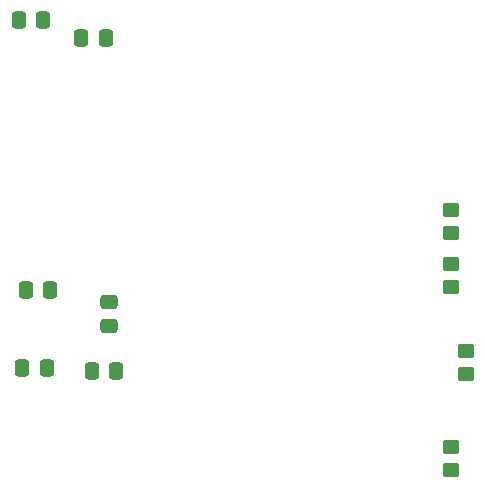
<source format=gbp>
G04 #@! TF.GenerationSoftware,KiCad,Pcbnew,8.0.5*
G04 #@! TF.CreationDate,2024-10-22T19:53:53-04:00*
G04 #@! TF.ProjectId,PCB_Schematic,5043425f-5363-4686-956d-617469632e6b,rev?*
G04 #@! TF.SameCoordinates,Original*
G04 #@! TF.FileFunction,Paste,Bot*
G04 #@! TF.FilePolarity,Positive*
%FSLAX46Y46*%
G04 Gerber Fmt 4.6, Leading zero omitted, Abs format (unit mm)*
G04 Created by KiCad (PCBNEW 8.0.5) date 2024-10-22 19:53:53*
%MOMM*%
%LPD*%
G01*
G04 APERTURE LIST*
G04 Aperture macros list*
%AMRoundRect*
0 Rectangle with rounded corners*
0 $1 Rounding radius*
0 $2 $3 $4 $5 $6 $7 $8 $9 X,Y pos of 4 corners*
0 Add a 4 corners polygon primitive as box body*
4,1,4,$2,$3,$4,$5,$6,$7,$8,$9,$2,$3,0*
0 Add four circle primitives for the rounded corners*
1,1,$1+$1,$2,$3*
1,1,$1+$1,$4,$5*
1,1,$1+$1,$6,$7*
1,1,$1+$1,$8,$9*
0 Add four rect primitives between the rounded corners*
20,1,$1+$1,$2,$3,$4,$5,0*
20,1,$1+$1,$4,$5,$6,$7,0*
20,1,$1+$1,$6,$7,$8,$9,0*
20,1,$1+$1,$8,$9,$2,$3,0*%
G04 Aperture macros list end*
%ADD10RoundRect,0.250000X0.337500X0.475000X-0.337500X0.475000X-0.337500X-0.475000X0.337500X-0.475000X0*%
%ADD11RoundRect,0.250000X-0.475000X0.337500X-0.475000X-0.337500X0.475000X-0.337500X0.475000X0.337500X0*%
%ADD12RoundRect,0.250000X-0.337500X-0.475000X0.337500X-0.475000X0.337500X0.475000X-0.337500X0.475000X0*%
%ADD13RoundRect,0.250000X-0.450000X0.350000X-0.450000X-0.350000X0.450000X-0.350000X0.450000X0.350000X0*%
%ADD14RoundRect,0.250000X0.450000X-0.350000X0.450000X0.350000X-0.450000X0.350000X-0.450000X-0.350000X0*%
G04 APERTURE END LIST*
D10*
X126746000Y-76708000D03*
X124671000Y-76708000D03*
X127648000Y-104836000D03*
X125573000Y-104836000D03*
X121763000Y-104582000D03*
X119688000Y-104582000D03*
X121455000Y-75184000D03*
X119380000Y-75184000D03*
D11*
X127000000Y-99017000D03*
X127000000Y-101092000D03*
D12*
X119985000Y-97978000D03*
X122060000Y-97978000D03*
D13*
X157226000Y-103140000D03*
X157226000Y-105140000D03*
D14*
X155956000Y-113268000D03*
X155956000Y-111268000D03*
X155956000Y-93202000D03*
X155956000Y-91202000D03*
X155956000Y-97790000D03*
X155956000Y-95790000D03*
M02*

</source>
